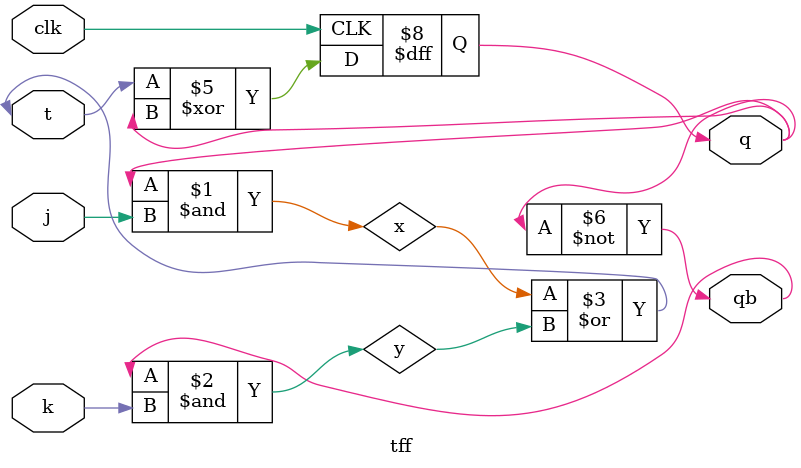
<source format=v>
`timescale 1ns / 1ps


module tff(q,t,clk,qb,j,k);
 input t,clk,j,k;
 output reg q;
 wire x,y;
 output qb;
 and g1(x,q,j);
 and g2(y,qb,k);
 not g3(qb,q);
 or g4(t,x,y);
 initial
 begin
 q=0;
 end
 always@(posedge clk)
 begin
 q<=(t^q);
 end
endmodule

</source>
